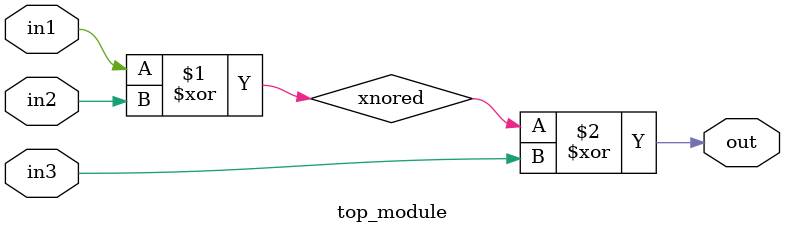
<source format=sv>
module top_module (
	input in1,
	input in2,
	input in3,
	output logic out
);

	// Two-input XNOR
	assign xnored = in1 ^ in2;
	
	// Two-input XOR
	assign out = xnored ^ in3;

endmodule

</source>
